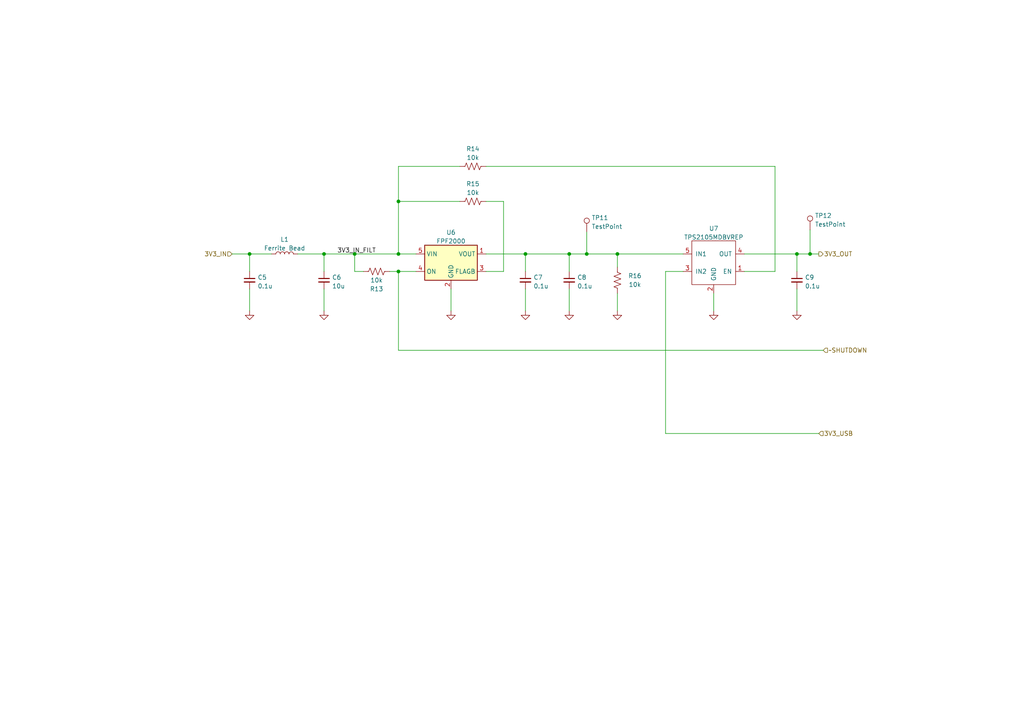
<source format=kicad_sch>
(kicad_sch (version 20230121) (generator eeschema)
  (paper "A4")
  (title_block (title "Avionics Board") (rev "A") (company "SilverSat Limited"))
  (lib_symbols
    (symbol "Connector:TestPoint" (pin_numbers hide) (pin_names (offset 0.762) hide)
      (property "Reference" "TP" (at 0 6.858 0))
      (property "Value" "TestPoint" (at 0 5.08 0))
      (symbol "TestPoint_0_1"
        (circle (center 0 3.302) (radius 0.762))
      )
      (symbol "TestPoint_1_1"
        (pin passive line (at 0 0 90) (length 2.54) (name "1") (number "1"))
      )
    )
    (symbol "Device:C_Small" (pin_numbers hide) (pin_names (offset 0.254) hide)
      (property "Reference" "C" (at 0.254 1.778 0))
      (property "Value" "C_Small" (at 0.254 -2.032 0))
      (symbol "C_Small_0_1"
        (polyline (pts (xy -1.524 -0.508) (xy 1.524 -0.508)) (stroke (width 0.3302)))
        (polyline (pts (xy -1.524 0.508) (xy 1.524 0.508)) (stroke (width 0.3048)))
      )
      (symbol "C_Small_1_1"
        (pin passive line (at 0 2.54 270) (length 2.032) (name "~") (number "1"))
        (pin passive line (at 0 -2.54 90) (length 2.032) (name "~") (number "2"))
      )
    )
    (symbol "Device:L" (pin_numbers hide) (pin_names (offset 1.016) hide)
      (property "Reference" "L" (at -1.27 0 90))
      (property "Value" "L" (at 1.905 0 90))
      (symbol "L_0_1"
        (arc (start 0 -2.54) (mid 0.6323 -1.905) (end 0 -1.27))
        (arc (start 0 -1.27) (mid 0.6323 -0.635) (end 0 0))
        (arc (start 0 0) (mid 0.6323 0.635) (end 0 1.27))
        (arc (start 0 1.27) (mid 0.6323 1.905) (end 0 2.54))
      )
      (symbol "L_1_1"
        (pin passive line (at 0 3.81 270) (length 1.27) (name "1") (number "1"))
        (pin passive line (at 0 -3.81 90) (length 1.27) (name "2") (number "2"))
      )
    )
    (symbol "Device:R_US" (pin_numbers hide) (pin_names (offset 0))
      (property "Reference" "R" (at 2.54 0 90))
      (property "Value" "R_US" (at -2.54 0 90))
      (symbol "R_US_0_1"
        (polyline (pts (xy 0 -2.286) (xy 0 -2.54)))
        (polyline (pts (xy 0 2.286) (xy 0 2.54)))
        (polyline (pts (xy 0 -0.762) (xy 1.016 -1.143) (xy 0 -1.524) (xy -1.016 -1.905) (xy 0 -2.286)))
        (polyline (pts (xy 0 0.762) (xy 1.016 0.381) (xy 0 0) (xy -1.016 -0.381) (xy 0 -0.762)))
        (polyline (pts (xy 0 2.286) (xy 1.016 1.905) (xy 0 1.524) (xy -1.016 1.143) (xy 0 0.762)))
      )
      (symbol "R_US_1_1"
        (pin passive line (at 0 3.81 270) (length 1.27) (name "~") (number "1"))
        (pin passive line (at 0 -3.81 90) (length 1.27) (name "~") (number "2"))
      )
    )
    (symbol "Power_Management:FPF2000"
      (property "Reference" "U" (at -7.62 6.35 0))
      (property "Value" "FPF2000" (at 3.81 6.35 0))
      (symbol "FPF2000_0_1"
        (rectangle (start -7.62 5.08) (end 7.62 -5.08) (stroke (width 0.254)) (fill (type background)))
      )
      (symbol "FPF2000_1_1"
        (pin power_out line (at 10.16 2.54 180) (length 2.54) (name "VOUT") (number "1"))
        (pin power_in line (at 0 -7.62 90) (length 2.54) (name "GND") (number "2"))
        (pin open_collector line (at 10.16 -2.54 180) (length 2.54) (name "FLAGB") (number "3"))
        (pin input line (at -10.16 -2.54 0) (length 2.54) (name "ON") (number "4"))
        (pin power_in line (at -10.16 2.54 0) (length 2.54) (name "VIN") (number "5"))
      )
    )
    (symbol "SilverSat_symbols:TPS2105MDBVREP" (pin_names (offset 1.016))
      (property "Reference" "U" (at -1.27 10.795 0))
      (property "Value" "TPS2105MDBVREP" (at 0.635 13.97 0))
      (symbol "TPS2105MDBVREP_0_1"
        (rectangle (start 6.35 -6.35) (end -6.35 6.35))
      )
      (symbol "TPS2105MDBVREP_1_1"
        (pin input line (at 8.89 -2.54 180) (length 2.54) (name "EN") (number "1"))
        (pin output line (at 0 -8.89 90) (length 2.54) (name "GND") (number "2"))
        (pin input line (at -8.89 -2.54 0) (length 2.54) (name "IN2") (number "3"))
        (pin output line (at 8.89 2.54 180) (length 2.54) (name "OUT") (number "4"))
        (pin input line (at -8.89 2.54 0) (length 2.54) (name "IN1") (number "5"))
      )
    )
    (symbol "power:GND" (power) (pin_names (offset 0))
      (property "Value" "GND" (at 0 -3.81 0))
      (symbol "GND_0_1"
        (polyline (pts (xy 0 0) (xy 0 -1.27) (xy 1.27 -1.27) (xy 0 -2.54) (xy -1.27 -1.27) (xy 0 -1.27)))
      )
      (symbol "GND_1_1"
        (pin power_in line (at 0 0 270) (length 0) hide (name "GND") (number "1"))
      )
    )
  )
  (junction (at 102.87 73.66))
  (junction (at 179.07 73.66))
  (junction (at 234.95 73.66))
  (junction (at 72.39 73.66))
  (junction (at 115.57 78.74))
  (junction (at 115.57 73.66))
  (junction (at 152.4 73.66))
  (junction (at 170.18 73.66))
  (junction (at 93.98 73.66))
  (junction (at 115.57 58.42))
  (junction (at 165.1 73.66))
  (junction (at 231.14 73.66))
  (wire (pts (xy 72.39 73.66) (xy 78.74 73.66)))
  (wire (pts (xy 146.05 78.74) (xy 146.05 58.42)))
  (wire (pts (xy 115.57 78.74) (xy 120.65 78.74)))
  (wire (pts (xy 234.95 73.66) (xy 237.49 73.66)))
  (wire (pts (xy 93.98 83.82) (xy 93.98 90.17)))
  (wire (pts (xy 179.07 73.66) (xy 179.07 77.47)))
  (wire (pts (xy 193.04 78.74) (xy 193.04 125.73)))
  (wire (pts (xy 234.95 66.675) (xy 234.95 73.66)))
  (wire (pts (xy 130.81 83.82) (xy 130.81 90.17)))
  (wire (pts (xy 165.1 73.66) (xy 165.1 78.74)))
  (wire (pts (xy 224.79 78.74) (xy 215.9 78.74)))
  (wire (pts (xy 224.79 48.26) (xy 224.79 78.74)))
  (wire (pts (xy 72.39 83.82) (xy 72.39 90.17)))
  (wire (pts (xy 93.98 73.66) (xy 93.98 78.74)))
  (wire (pts (xy 207.01 85.09) (xy 207.01 90.17)))
  (wire (pts (xy 133.35 48.26) (xy 115.57 48.26)))
  (wire (pts (xy 179.07 85.09) (xy 179.07 90.17)))
  (wire (pts (xy 115.57 73.66) (xy 120.65 73.66)))
  (wire (pts (xy 140.97 48.26) (xy 224.79 48.26)))
  (wire (pts (xy 140.97 78.74) (xy 146.05 78.74)))
  (wire (pts (xy 215.9 73.66) (xy 231.14 73.66)))
  (wire (pts (xy 115.57 48.26) (xy 115.57 58.42)))
  (wire (pts (xy 93.98 73.66) (xy 102.87 73.66)))
  (wire (pts (xy 238.76 101.6) (xy 115.57 101.6)))
  (wire (pts (xy 231.14 73.66) (xy 234.95 73.66)))
  (wire (pts (xy 231.14 83.82) (xy 231.14 90.17)))
  (wire (pts (xy 102.87 73.66) (xy 115.57 73.66)))
  (wire (pts (xy 146.05 58.42) (xy 140.97 58.42)))
  (wire (pts (xy 115.57 58.42) (xy 115.57 73.66)))
  (wire (pts (xy 152.4 73.66) (xy 152.4 78.74)))
  (wire (pts (xy 102.87 78.74) (xy 102.87 73.66)))
  (wire (pts (xy 170.18 73.66) (xy 179.07 73.66)))
  (wire (pts (xy 152.4 73.66) (xy 165.1 73.66)))
  (wire (pts (xy 165.1 73.66) (xy 170.18 73.66)))
  (wire (pts (xy 198.12 78.74) (xy 193.04 78.74)))
  (wire (pts (xy 133.35 58.42) (xy 115.57 58.42)))
  (wire (pts (xy 72.39 73.66) (xy 72.39 78.74)))
  (wire (pts (xy 86.36 73.66) (xy 93.98 73.66)))
  (wire (pts (xy 152.4 83.82) (xy 152.4 90.17)))
  (wire (pts (xy 67.31 73.66) (xy 72.39 73.66)))
  (wire (pts (xy 179.07 73.66) (xy 198.12 73.66)))
  (wire (pts (xy 105.41 78.74) (xy 102.87 78.74)))
  (wire (pts (xy 140.97 73.66) (xy 152.4 73.66)))
  (wire (pts (xy 170.18 67.31) (xy 170.18 73.66)))
  (wire (pts (xy 113.03 78.74) (xy 115.57 78.74)))
  (wire (pts (xy 115.57 101.6) (xy 115.57 78.74)))
  (wire (pts (xy 193.04 125.73) (xy 237.49 125.73)))
  (wire (pts (xy 231.14 73.66) (xy 231.14 78.74)))
  (wire (pts (xy 165.1 83.82) (xy 165.1 90.17)))
  (label "3V3_IN_FILT" (at 97.79 73.66 0))
  (hierarchical_label "3V3_IN" (shape input) (at 67.31 73.66 180))
  (hierarchical_label "3V3_USB" (shape input) (at 237.49 125.73 0))
  (hierarchical_label "~SHUTDOWN" (shape input) (at 238.76 101.6 0))
  (hierarchical_label "3V3_OUT" (shape output) (at 237.49 73.66 0))
  (symbol (lib_id "power:GND") (at 231.14 90.17 0) (unit 1)
    (property "Reference" "#PWR042" (effects hide))
    (property "Value" "GND" (effects hide))
  )
  (symbol (lib_id "power:GND") (at 179.07 90.17 0) (unit 1)
    (property "Reference" "#PWR040" (effects hide))
    (property "Value" "GND" (effects hide))
  )
  (symbol (lib_id "Connector:TestPoint") (at 170.18 67.31 0) (unit 1)
    (property "Reference" "TP11" (at 171.577 63.1733 0) (effects (justify left)))
    (property "Value" "TestPoint" (at 171.577 65.7102 0) (effects (justify left)))
  )
  (symbol (lib_id "Device:C_Small") (at 231.14 81.28 0) (unit 1)
    (property "Reference" "C9" (at 233.4641 80.4516 0) (effects (justify left)))
    (property "Value" "0.1u" (at 233.4641 82.9885 0) (effects (justify left)))
    (property "Part_Number" "06035C104K4Z2A" (effects hide))
    (property "MPN" "06035C104K4Z2A" (effects hide))
  )
  (symbol (lib_id "power:GND") (at 72.39 90.17 0) (unit 1)
    (property "Reference" "#PWR0112" (effects hide))
    (property "Value" "GND" (effects hide))
  )
  (symbol (lib_id "Device:C_Small") (at 72.39 81.28 0) (unit 1)
    (property "Reference" "C5" (at 74.7141 80.4516 0) (effects (justify left)))
    (property "Value" "0.1u" (at 74.7141 82.9885 0) (effects (justify left)))
    (property "Part_Number" "06035C104K4Z2A" (effects hide))
    (property "MPN" "06035C104K4Z2A" (effects hide))
  )
  (symbol (lib_id "Connector:TestPoint") (at 234.95 66.675 0) (unit 1)
    (property "Reference" "TP12" (at 236.347 62.5383 0) (effects (justify left)))
    (property "Value" "TestPoint" (at 236.347 65.0752 0) (effects (justify left)))
  )
  (symbol (lib_id "Device:C_Small") (at 165.1 81.28 0) (unit 1)
    (property "Reference" "C8" (at 167.4241 80.4516 0) (effects (justify left)))
    (property "Value" "0.1u" (at 167.4241 82.9885 0) (effects (justify left)))
    (property "Part_Number" "06035C104K4Z2A" (effects hide))
    (property "MPN" "06035C104K4Z2A" (effects hide))
  )
  (symbol (lib_id "power:GND") (at 165.1 90.17 0) (unit 1)
    (property "Reference" "#PWR039" (effects hide))
    (property "Value" "GND" (effects hide))
  )
  (symbol (lib_id "power:GND") (at 207.01 90.17 0) (unit 1)
    (property "Reference" "#PWR041" (effects hide))
    (property "Value" "GND" (effects hide))
  )
  (symbol (lib_id "Device:R_US") (at 109.22 78.74 90) (unit 1)
    (property "Reference" "R13" (at 109.22 83.82 90))
    (property "Value" "10k" (at 109.22 81.28 90))
    (property "Part_Number" "ERJ-3EKF1002V" (effects hide))
    (property "Manufacturer" "Panasonic" (effects hide))
    (property "MPN" "ERJ-3EKF1002V" (effects hide))
  )
  (symbol (lib_id "Device:R_US") (at 137.16 58.42 90) (unit 1)
    (property "Reference" "R15" (at 137.16 53.34 90))
    (property "Value" "10k" (at 137.16 55.88 90))
    (property "Part_Number" "ERJ-3EKF1002V" (effects hide))
    (property "Manufacturer" "Panasonic" (effects hide))
    (property "MPN" "ERJ-3EKF1002V" (effects hide))
  )
  (symbol (lib_id "Power_Management:FPF2000") (at 130.81 76.2 0) (unit 1)
    (property "Reference" "U6" (at 130.81 67.4202 0))
    (property "Value" "FPF2000" (at 130.81 69.9571 0))
    (property "Datasheet" "https://www.onsemi.com/pub/Collateral/FPF2001-D.pdf" (effects hide))
    (property "Part_Number" "FPF2000" (effects hide))
    (property "MPN" "FPF2000" (effects hide))
  )
  (symbol (lib_id "Device:C_Small") (at 152.4 81.28 0) (unit 1)
    (property "Reference" "C7" (at 154.7241 80.4516 0) (effects (justify left)))
    (property "Value" "0.1u" (at 154.7241 82.9885 0) (effects (justify left)))
    (property "Part_Number" "06035C104K4Z2A" (effects hide))
    (property "MPN" "06035C104K4Z2A" (effects hide))
  )
  (symbol (lib_id "Device:L") (at 82.55 73.66 90) (unit 1)
    (property "Reference" "L1" (at 82.55 69.4522 90))
    (property "Value" "Ferrite Bead" (at 82.55 71.9891 90))
    (property "Part_Number" "BLM18SP102SH1D" (effects hide))
    (property "Manufacturer" "Murata" (effects hide))
    (property "MPN" "BLM18SP102SH1D" (effects hide))
  )
  (symbol (lib_id "Device:C_Small") (at 93.98 81.28 0) (unit 1)
    (property "Reference" "C6" (at 96.3041 80.4516 0) (effects (justify left)))
    (property "Value" "10u" (at 96.3041 82.9885 0) (effects (justify left)))
    (property "Part_Number" "22205C106K4Z4A" (effects hide))
    (property "Manufacturer" "AVX" (effects hide))
    (property "MPN" "22205C106K4Z4A" (effects hide))
  )
  (symbol (lib_id "Device:R_US") (at 137.16 48.26 90) (unit 1)
    (property "Reference" "R14" (at 137.16 43.18 90))
    (property "Value" "10k" (at 137.16 45.72 90))
    (property "Part_Number" "ERJ-3EKF1002V" (effects hide))
    (property "Manufacturer" "Panasonic" (effects hide))
    (property "MPN" "ERJ-3EKF1002V" (effects hide))
  )
  (symbol (lib_id "Device:R_US") (at 179.07 81.28 0) (unit 1)
    (property "Reference" "R16" (at 184.15 80.01 0))
    (property "Value" "10k" (at 184.15 82.55 0))
    (property "Part_Number" "ERJ-3EKF1002V" (effects hide))
    (property "Manufacturer" "Panasonic" (effects hide))
    (property "MPN" "ERJ-3EKF1002V" (effects hide))
  )
  (symbol (lib_id "power:GND") (at 93.98 90.17 0) (unit 1)
    (property "Reference" "#PWR0111" (effects hide))
    (property "Value" "GND" (effects hide))
  )
  (symbol (lib_id "power:GND") (at 152.4 90.17 0) (unit 1)
    (property "Reference" "#PWR0113" (effects hide))
    (property "Value" "GND" (effects hide))
  )
  (symbol (lib_id "power:GND") (at 130.81 90.17 0) (unit 1)
    (property "Reference" "#PWR0114" (effects hide))
    (property "Value" "GND" (effects hide))
  )
  (symbol (lib_id "SilverSat_symbols:TPS2105MDBVREP") (at 207.01 76.2 0) (unit 1)
    (property "Reference" "U7" (at 207.01 66.2772 0))
    (property "Value" "TPS2105MDBVREP" (at 207.01 68.8141 0))
    (property "Datasheet" "https://www.ti.com/lit/ds/symlink/tps2105-ep.pdf?ts=1649521515894&ref_url=https%253A%252F%252Fwww.ti.com%252Fsitesearch%252Fen-us%252Fdocs%252Funiversalsearch.tsp%253FlangPref%253Den-US%2526searchTerm%253DTPS2105-EP%2526nr%253D12" (effects hide))
    (property "Part_Number" "TPS2105MDBVREP" (effects hide))
    (property "MPN" "TPS2105MDBVREP" (effects hide))
  )
)
</source>
